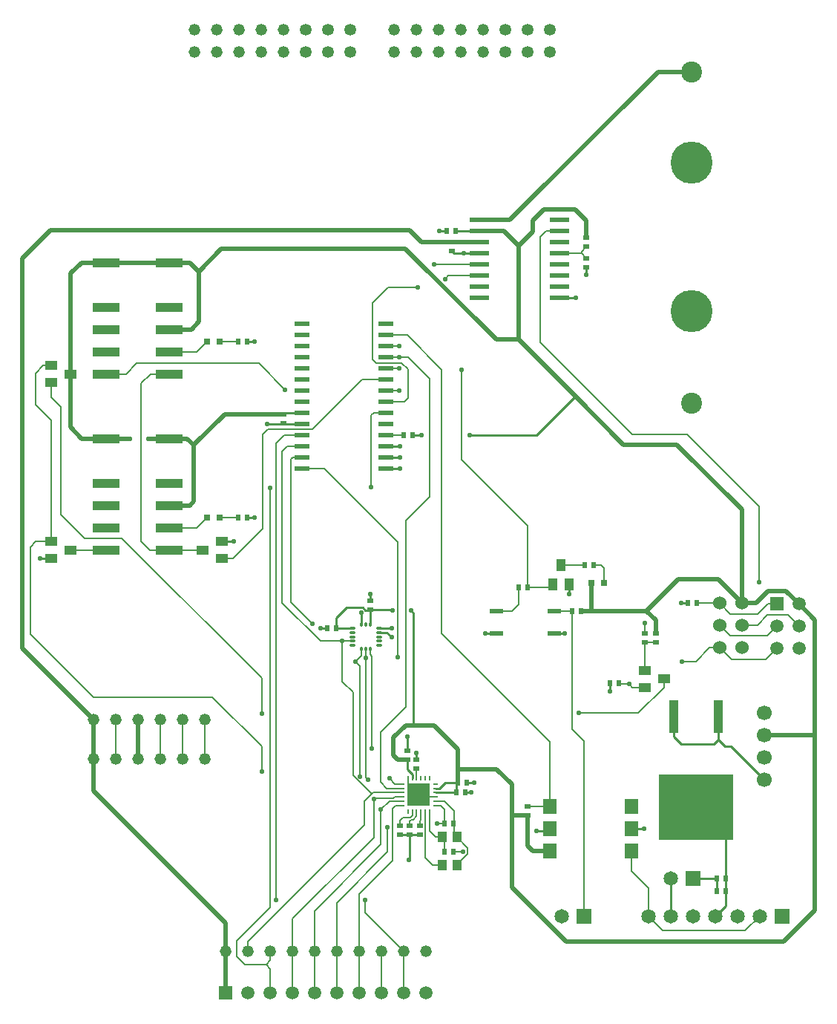
<source format=gtl>
G04*
G04 #@! TF.GenerationSoftware,Altium Limited,Altium Designer,18.1.9 (240)*
G04*
G04 Layer_Physical_Order=1*
G04 Layer_Color=255*
%FSLAX24Y24*%
%MOIN*%
G70*
G01*
G75*
%ADD10C,0.0100*%
%ADD21R,0.0240X0.0260*%
%ADD24R,0.0260X0.0240*%
%ADD62R,0.0650X0.0650*%
%ADD63C,0.0650*%
%ADD70R,0.0315X0.0315*%
%ADD71R,0.0394X0.0551*%
%ADD72R,0.0633X0.0217*%
%ADD73O,0.0295X0.0118*%
%ADD74O,0.0118X0.0246*%
%ADD75R,0.0886X0.0236*%
%ADD76R,0.0709X0.0236*%
%ADD77R,0.1244X0.0394*%
%ADD78R,0.0394X0.0492*%
%ADD79R,0.0551X0.0394*%
%ADD80R,0.0236X0.0098*%
%ADD81R,0.0098X0.0236*%
%ADD82R,0.0984X0.0984*%
%ADD83R,0.0413X0.1504*%
%ADD84R,0.3366X0.2945*%
%ADD85R,0.0598X0.0701*%
%ADD86C,0.0060*%
%ADD87C,0.0200*%
%ADD88C,0.0080*%
%ADD89C,0.0520*%
%ADD90C,0.0530*%
%ADD91C,0.0600*%
%ADD92C,0.1890*%
%ADD93C,0.0945*%
%ADD94C,0.0591*%
%ADD95R,0.0591X0.0591*%
%ADD96R,0.0591X0.0591*%
%ADD97C,0.0669*%
%ADD98C,0.0200*%
%ADD99C,0.0210*%
D10*
X34330Y6930D02*
X34520Y7120D01*
X32860Y6930D02*
X34330D01*
X32520Y7270D02*
X32860Y6930D01*
X32520Y7270D02*
Y8165D01*
X34520Y7120D02*
Y8165D01*
Y7120D02*
X34820Y6820D01*
X35110D01*
X36590Y5340D01*
X34850Y-330D02*
Y910D01*
Y2780D01*
X34390Y-790D02*
X34850Y-330D01*
X33390Y910D02*
X34450D01*
Y330D02*
Y910D01*
X30615Y3140D02*
X31210D01*
X32390Y-790D02*
Y910D01*
X29667Y9296D02*
Y9666D01*
X26370Y3040D02*
X27015D01*
X20620Y1740D02*
X20680Y1800D01*
Y2880D01*
X21120D01*
X20230D02*
X20680D01*
X23350Y20807D02*
X26367D01*
X28060Y22500D01*
X20840Y7780D02*
Y12815D01*
X20735Y12920D02*
X20840Y12815D01*
X19850Y12960D02*
X19890Y12920D01*
X18910Y12960D02*
X19850D01*
X18900Y12950D02*
X18910Y12960D01*
X18680Y12950D02*
X18900D01*
X18570Y13060D02*
X18680Y12950D01*
X17817Y13060D02*
X18570D01*
X17360Y12603D02*
X17817Y13060D01*
X17360Y12140D02*
Y12603D01*
X14270Y21310D02*
X14948D01*
X14988Y21350D01*
X28060Y22500D02*
Y22590D01*
X22760Y5140D02*
X22830Y5210D01*
X22760Y4755D02*
Y5140D01*
X22735Y29955D02*
X23809D01*
X17364Y12144D02*
X18090D01*
X22730Y29960D02*
X22735Y29955D01*
X22550Y29060D02*
X22655Y28955D01*
X23104D01*
X20560Y5800D02*
Y6230D01*
X22000Y29960D02*
X22330D01*
X24060Y11900D02*
X24579D01*
X27161D02*
X27640D01*
X27848Y13672D02*
Y14110D01*
X32880Y13280D02*
X33160D01*
X21817Y4755D02*
X22760D01*
X17360Y12140D02*
X17364Y12144D01*
X18910Y13360D02*
Y13670D01*
X18887Y12650D02*
X18910Y12673D01*
Y12960D01*
X16650Y12140D02*
X16960D01*
X19643Y11947D02*
X19860Y11730D01*
X19290Y11947D02*
X19643D01*
X19290Y12144D02*
X19856D01*
X18887Y12311D02*
Y12650D01*
X18493Y12311D02*
Y12843D01*
X22252Y5210D02*
X22830D01*
X21994Y4952D02*
X22252Y5210D01*
X21817Y4952D02*
X21994D01*
X23230Y5210D02*
X23580D01*
X20783Y5395D02*
Y5577D01*
X20560Y5800D02*
X20783Y5577D01*
X20560Y6630D02*
Y7260D01*
X20980Y6250D02*
Y6550D01*
X21079Y4656D02*
X21177Y4558D01*
X23160Y4755D02*
X23445D01*
X13350Y17100D02*
X13700D01*
X13350Y25000D02*
X13700D01*
X20800Y20807D02*
X21200D01*
X19596Y20307D02*
X20243D01*
X19596Y19807D02*
X20243D01*
X19596Y19307D02*
X20243D01*
X14988Y21350D02*
X15031Y21307D01*
X15836D01*
X15045Y21807D02*
X15836D01*
X12233Y16024D02*
X12750D01*
X4050Y15276D02*
X4567D01*
X28600Y28005D02*
Y28350D01*
X23104Y28955D02*
X23809D01*
X27411Y26955D02*
X28116D01*
D21*
X12950Y25000D02*
D03*
X13350D02*
D03*
X34850Y910D02*
D03*
X34450D02*
D03*
X30067Y9666D02*
D03*
X29667D02*
D03*
X22630Y2090D02*
D03*
X22230D02*
D03*
X22760Y4755D02*
D03*
X23160D02*
D03*
X22830Y5210D02*
D03*
X23230D02*
D03*
X22730Y29960D02*
D03*
X22330D02*
D03*
X20800Y20807D02*
D03*
X20400D02*
D03*
X34850Y330D02*
D03*
X34450D02*
D03*
X33560Y13280D02*
D03*
X33160D02*
D03*
X28360Y12910D02*
D03*
X27960D02*
D03*
X25950Y13970D02*
D03*
X25550D02*
D03*
X28940Y14970D02*
D03*
X28540D02*
D03*
X12950Y17100D02*
D03*
X13350D02*
D03*
X17360Y12140D02*
D03*
X16960D02*
D03*
X22230Y3370D02*
D03*
X22630D02*
D03*
D24*
X25980Y3730D02*
D03*
Y4130D02*
D03*
X20980Y5850D02*
D03*
Y6250D02*
D03*
X20560Y6230D02*
D03*
Y6630D02*
D03*
X14988Y21750D02*
D03*
Y21350D02*
D03*
X20230Y3280D02*
D03*
Y2880D02*
D03*
X28600Y29655D02*
D03*
Y29255D02*
D03*
Y28750D02*
D03*
Y28350D02*
D03*
X31730Y11510D02*
D03*
Y11910D02*
D03*
X31230Y11503D02*
D03*
Y11903D02*
D03*
X21120Y2880D02*
D03*
Y3280D02*
D03*
X18910Y12960D02*
D03*
Y13360D02*
D03*
X22550Y29460D02*
D03*
Y29060D02*
D03*
X20680Y2880D02*
D03*
Y3280D02*
D03*
D62*
X28500Y-790D02*
D03*
X33390Y910D02*
D03*
X37390Y-790D02*
D03*
D63*
X27500D02*
D03*
X32390Y910D02*
D03*
X31390Y-790D02*
D03*
X32390D02*
D03*
X33390D02*
D03*
X34390D02*
D03*
X35390D02*
D03*
X36390D02*
D03*
D70*
X28815Y14180D02*
D03*
X29405D02*
D03*
X11550Y25000D02*
D03*
X12141D02*
D03*
X11550Y17100D02*
D03*
X12141D02*
D03*
D71*
X27100Y14110D02*
D03*
X27848D02*
D03*
X27474Y14976D02*
D03*
D72*
X24579Y12900D02*
D03*
Y11900D02*
D03*
X27161Y12900D02*
D03*
Y11900D02*
D03*
D73*
X18090Y12144D02*
D03*
Y11947D02*
D03*
Y11750D02*
D03*
Y11553D02*
D03*
Y11356D02*
D03*
X19290D02*
D03*
Y11553D02*
D03*
Y11750D02*
D03*
Y11947D02*
D03*
Y12144D02*
D03*
D74*
X18493Y11189D02*
D03*
X18690D02*
D03*
X18887D02*
D03*
Y12311D02*
D03*
X18690D02*
D03*
X18493D02*
D03*
D75*
X23809Y30455D02*
D03*
Y29955D02*
D03*
Y29455D02*
D03*
Y28955D02*
D03*
Y28455D02*
D03*
Y27955D02*
D03*
Y27455D02*
D03*
Y26955D02*
D03*
X27411Y30455D02*
D03*
Y29955D02*
D03*
Y29455D02*
D03*
Y28955D02*
D03*
Y28455D02*
D03*
Y27955D02*
D03*
Y27455D02*
D03*
Y26955D02*
D03*
D76*
X19596Y19307D02*
D03*
Y19807D02*
D03*
Y20307D02*
D03*
Y20807D02*
D03*
Y21307D02*
D03*
Y21807D02*
D03*
Y22307D02*
D03*
Y22807D02*
D03*
Y23307D02*
D03*
Y23807D02*
D03*
Y24307D02*
D03*
Y24807D02*
D03*
Y25307D02*
D03*
Y25807D02*
D03*
X15836Y19307D02*
D03*
Y19807D02*
D03*
Y20307D02*
D03*
Y20807D02*
D03*
Y21307D02*
D03*
Y21807D02*
D03*
Y22307D02*
D03*
Y22807D02*
D03*
Y23307D02*
D03*
Y23807D02*
D03*
Y24307D02*
D03*
Y24807D02*
D03*
Y25307D02*
D03*
Y25807D02*
D03*
D77*
X9875Y23550D02*
D03*
X7025D02*
D03*
X9875Y28550D02*
D03*
Y26550D02*
D03*
Y25550D02*
D03*
Y24550D02*
D03*
X7025D02*
D03*
Y25550D02*
D03*
Y26550D02*
D03*
Y28550D02*
D03*
Y20650D02*
D03*
Y18650D02*
D03*
Y17650D02*
D03*
Y16650D02*
D03*
X9875D02*
D03*
Y17650D02*
D03*
Y18650D02*
D03*
Y20650D02*
D03*
X7025Y15650D02*
D03*
X9875D02*
D03*
D78*
X22795Y1500D02*
D03*
X22125D02*
D03*
X22125Y2770D02*
D03*
X22795D02*
D03*
D79*
X12233Y15276D02*
D03*
Y16024D02*
D03*
X11367Y15650D02*
D03*
X31224Y10230D02*
D03*
Y9482D02*
D03*
X32091Y9856D02*
D03*
X4567Y16024D02*
D03*
Y15276D02*
D03*
X5433Y15650D02*
D03*
Y23550D02*
D03*
X4567Y23176D02*
D03*
Y23924D02*
D03*
D80*
X20340Y5149D02*
D03*
Y4952D02*
D03*
Y4755D02*
D03*
Y4558D02*
D03*
Y4361D02*
D03*
Y4164D02*
D03*
X21817D02*
D03*
Y4361D02*
D03*
Y4558D02*
D03*
Y4755D02*
D03*
Y4952D02*
D03*
Y5149D02*
D03*
D81*
X20587Y3918D02*
D03*
X20783D02*
D03*
X20980D02*
D03*
X21177D02*
D03*
X21374D02*
D03*
X21571D02*
D03*
Y5395D02*
D03*
X21374D02*
D03*
X21177D02*
D03*
X20980D02*
D03*
X20783D02*
D03*
X20587D02*
D03*
D82*
X21079Y4656D02*
D03*
D83*
X34520Y8165D02*
D03*
X32520D02*
D03*
D84*
X33520Y4110D02*
D03*
D85*
X26965Y2140D02*
D03*
X30615D02*
D03*
Y4140D02*
D03*
X26965D02*
D03*
X30615Y3140D02*
D03*
X26965D02*
D03*
D86*
X32091Y9481D02*
Y9856D01*
X30940Y8330D02*
X32091Y9481D01*
X28250Y8330D02*
X30940D01*
X33520Y4110D02*
X34850Y2780D01*
X30615Y1240D02*
Y2140D01*
Y1240D02*
X31390Y465D01*
X26965Y4140D02*
Y7045D01*
X31230Y11903D02*
Y12370D01*
X34140Y11270D02*
X34585D01*
X33520Y10650D02*
X34140Y11270D01*
X34585D02*
X35125Y10730D01*
X36660D01*
X37150Y11220D01*
X32910Y10650D02*
X33520D01*
X31224Y10230D02*
Y11476D01*
X34585Y12270D02*
X35065Y11790D01*
X36720D01*
X37150Y12220D01*
X37650Y12720D02*
X38150Y12220D01*
X36735Y12720D02*
X37650D01*
X36285Y12270D02*
X36735Y12720D01*
X35585Y12270D02*
X36285D01*
X31390Y-790D02*
Y465D01*
X22110Y11900D02*
X26965Y7045D01*
X27960Y7610D02*
X28500Y7070D01*
Y-790D02*
Y7070D01*
X25980Y4130D02*
X26955D01*
X35740Y-1440D02*
X36390Y-790D01*
X32040Y-1440D02*
X35740D01*
X31390Y-790D02*
X32040Y-1440D01*
X30097Y9636D02*
X30527D01*
X27960Y7610D02*
Y12910D01*
X20402Y-4232D02*
X20410Y-4240D01*
X20402Y-4232D02*
Y-2362D01*
X19402Y-4232D02*
X19410Y-4240D01*
X19402Y-4232D02*
Y-2362D01*
X18402Y-4232D02*
X18410Y-4240D01*
X18402Y-4232D02*
Y-2362D01*
X17402Y-4232D02*
X17410Y-4240D01*
X17402Y-4232D02*
Y-2362D01*
X16402Y-4232D02*
X16410Y-4240D01*
X16402Y-4232D02*
Y-2362D01*
X15402Y-4232D02*
X15410Y-4240D01*
X15402Y-4232D02*
Y-2362D01*
X14410Y-4240D02*
Y-3150D01*
X14220Y-2960D02*
X14410Y-3150D01*
X36350Y14210D02*
Y17600D01*
X34585Y13270D02*
X35075Y12780D01*
X36310D01*
X36750Y13220D01*
X37150D01*
X19015Y4755D02*
X20340D01*
X18960Y4700D02*
X19015Y4755D01*
X19358Y5222D02*
Y7478D01*
Y5222D02*
X19628Y4952D01*
X20340D01*
X22650Y2905D02*
Y3930D01*
X22219Y4361D02*
X22650Y3930D01*
Y2905D02*
X22785Y2770D01*
X15337Y13293D02*
Y19727D01*
X15417Y19807D01*
X15836D01*
X30527Y9636D02*
X30681Y9482D01*
X31224D01*
X33120Y20830D02*
X36350Y17600D01*
X30680Y20830D02*
X33120D01*
X26530Y24980D02*
X30680Y20830D01*
X26530Y24980D02*
Y29700D01*
X26785Y29955D01*
X27411D01*
X31224Y9482D02*
X31237Y9469D01*
X23280Y2010D02*
Y2270D01*
X22795Y2755D02*
X23280Y2270D01*
X22795Y2755D02*
Y2770D01*
X22795Y1525D02*
X23280Y2010D01*
X22795Y1500D02*
Y1525D01*
X22630Y2090D02*
X23080D01*
X21910Y3370D02*
X22230D01*
X20783Y3739D02*
Y3918D01*
X20684Y3640D02*
X20783Y3739D01*
X20230Y3280D02*
Y3500D01*
X20370Y3640D01*
X20684D01*
X20680Y3280D02*
Y3480D01*
X20740Y3540D01*
X20820D01*
X20980Y3700D01*
Y3918D01*
X21177D02*
X21180Y3915D01*
Y3540D02*
Y3915D01*
X21120Y3480D02*
X21180Y3540D01*
X21120Y3280D02*
Y3480D01*
X31237Y11510D02*
X31730D01*
X31230Y11503D02*
X31237Y11510D01*
X25950Y13970D02*
Y16750D01*
X22990Y19710D02*
X25950Y16750D01*
X22990Y19710D02*
Y23720D01*
X22110Y11900D02*
Y23750D01*
X14020Y8310D02*
Y9890D01*
X7740Y16170D02*
X14020Y9890D01*
X6080Y16170D02*
X7740D01*
X5000Y17250D02*
X6080Y16170D01*
X5000Y17250D02*
Y22060D01*
X4567Y22493D02*
X5000Y22060D01*
X4567Y22493D02*
Y23176D01*
X3865Y22175D02*
X4567Y21473D01*
X18660Y-621D02*
Y-70D01*
Y-621D02*
X20402Y-2362D01*
X14220Y-2960D02*
X14402Y-2778D01*
Y-2362D01*
X13270Y-2960D02*
X14220D01*
X11800Y9040D02*
X14020Y6820D01*
Y5710D02*
Y6820D01*
X12900Y-1900D02*
X14402Y-398D01*
X12900Y-2590D02*
Y-1900D01*
Y-2590D02*
X13270Y-2960D01*
X19680Y2090D02*
Y3190D01*
X17402Y-188D02*
X19680Y2090D01*
X19910Y4040D02*
X20034Y4164D01*
X19910Y1701D02*
Y4040D01*
X18402Y192D02*
X19910Y1701D01*
X17402Y-2362D02*
Y-188D01*
X18402Y-2362D02*
Y192D01*
X20553Y25307D02*
X22110Y23750D01*
X19596Y25307D02*
X20553D01*
X21700Y1500D02*
X22125D01*
X21374Y1826D02*
X21700Y1500D01*
X21374Y1826D02*
Y3918D01*
X22115Y2770D02*
X22230Y2655D01*
Y2090D02*
Y2655D01*
X4214Y23924D02*
X4567D01*
X3865Y23575D02*
X4214Y23924D01*
X3865Y22175D02*
Y23575D01*
X4567Y16024D02*
Y21473D01*
X21817Y4164D02*
X22070D01*
X22230Y4004D01*
Y3370D02*
Y4004D01*
X22775Y2760D02*
X22785Y2770D01*
X21571Y3036D02*
Y3918D01*
Y3036D02*
X21837Y2770D01*
X22115D01*
X13890Y24020D02*
X15070Y22840D01*
X8410Y24020D02*
X13890D01*
X7940Y23550D02*
X8410Y24020D01*
X7025Y23550D02*
X7940D01*
X10470Y8040D02*
X10472Y8038D01*
Y6280D02*
Y8038D01*
X19170Y24050D02*
X20310D01*
X19010Y24210D02*
X19170Y24050D01*
X20310D02*
X20600Y23760D01*
X19010Y24210D02*
Y26750D01*
X15337Y13293D02*
X16300Y12330D01*
X15836Y19307D02*
X16843D01*
X20140Y16010D01*
Y10830D02*
Y16010D01*
X18420Y5500D02*
X18440Y5480D01*
X18120Y5538D02*
Y9260D01*
Y5538D02*
X18958Y4700D01*
X18960D01*
X18420Y5500D02*
Y10440D01*
X18220Y10640D02*
X18420Y10440D01*
X14650Y-70D02*
Y20420D01*
X14402Y-398D02*
Y18428D01*
X14948Y20078D02*
X15177Y20307D01*
X14948Y13272D02*
Y20078D01*
Y13272D02*
X16667Y11553D01*
X14650Y20420D02*
X15037Y20807D01*
X14070Y16612D02*
Y20830D01*
X14310Y21070D01*
X16310D01*
X15037Y20807D02*
X15836D01*
X18887Y10973D02*
X18980Y10880D01*
Y10880D01*
Y6730D02*
Y10880D01*
X18930Y10930D02*
X18980Y10880D01*
X18690Y5440D02*
Y10810D01*
Y5440D02*
X18790Y5340D01*
X13402Y-1928D02*
X18630Y3300D01*
X13402Y-2362D02*
Y-1928D01*
X6450Y9040D02*
X11800D01*
X3620Y11870D02*
X6450Y9040D01*
X3620Y11870D02*
Y15770D01*
X3874Y16024D01*
X19010Y26750D02*
X19700Y27440D01*
X20600Y22480D02*
Y23760D01*
X20427Y22307D02*
X20600Y22480D01*
X19596Y22307D02*
X20427D01*
X12734Y15276D02*
X14070Y16612D01*
X16310Y21070D02*
X18547Y23307D01*
X19596D01*
X19057Y21807D02*
X19596D01*
X18940Y21690D02*
X19057Y21807D01*
X18940Y18470D02*
Y21690D01*
X14390Y18440D02*
X14402Y18428D01*
X19700Y27440D02*
X21030D01*
X22250Y27810D02*
X22395Y27955D01*
X23809D01*
X21760Y28455D02*
X23809D01*
X18960Y4691D02*
Y4700D01*
X18630Y4361D02*
X18960Y4691D01*
X18630Y3300D02*
Y4361D01*
X19050Y2740D02*
Y4470D01*
X15402Y-908D02*
X19050Y2740D01*
X15402Y-2362D02*
Y-908D01*
X19380Y2420D02*
Y3990D01*
X16402Y-558D02*
X19380Y2420D01*
X16402Y-2362D02*
Y-558D01*
X11470Y6282D02*
X11472Y6280D01*
X11470Y6282D02*
Y8040D01*
X9470Y6282D02*
X9472Y6280D01*
X9470Y6282D02*
Y8040D01*
X7470D02*
X7472Y8038D01*
Y6280D02*
Y8038D01*
X21560Y18050D02*
Y23330D01*
X20583Y24307D02*
X21560Y23330D01*
X20210Y24307D02*
X20583D01*
X20490Y16980D02*
X21560Y18050D01*
X20490Y8610D02*
Y16980D01*
X19358Y7478D02*
X20490Y8610D01*
X17633Y9747D02*
Y11553D01*
Y9747D02*
X18120Y9260D01*
X16667Y11553D02*
X17633D01*
X9030Y23550D02*
X9875D01*
X8610Y23130D02*
X9030Y23550D01*
X8610Y16050D02*
Y23130D01*
Y16050D02*
X9010Y15650D01*
X9875D01*
X12233Y15276D02*
X12734D01*
X3874Y16024D02*
X4567D01*
X19070Y4490D02*
X19932D01*
X19751Y4361D02*
X20340D01*
X18493Y10913D02*
Y11189D01*
X19380Y3990D02*
X19751Y4361D01*
X19596Y24807D02*
X20210D01*
X19596Y24307D02*
X20210D01*
X19596Y23807D02*
X20210D01*
X19596Y22807D02*
X20210D01*
X15177Y20307D02*
X15836D01*
X27950Y12900D02*
X27960Y12910D01*
X27161Y12900D02*
X27950D01*
X25550Y13198D02*
Y13970D01*
X25252Y12900D02*
X25550Y13198D01*
X24579Y12900D02*
X25252D01*
X26960Y13970D02*
X27100Y14110D01*
X25950Y13970D02*
X26960D01*
X29405Y14180D02*
Y14835D01*
X29270Y14970D02*
X29405Y14835D01*
X28940Y14970D02*
X29270D01*
X28534Y14976D02*
X28540Y14970D01*
X27474Y14976D02*
X28534D01*
X33560Y13280D02*
X33570Y13270D01*
X34585D01*
X21817Y4361D02*
X22219D01*
X17633Y11553D02*
X18090D01*
X18220Y10640D02*
X18493Y10913D01*
X18690Y10810D02*
Y11189D01*
X18887Y10973D02*
Y11189D01*
X19050Y4470D02*
X19070Y4490D01*
X19932D02*
X20000Y4558D01*
X20340D01*
X20034Y4164D02*
X20340D01*
X19750Y5395D02*
X19996Y5149D01*
X20340D01*
X20980Y5395D02*
Y5850D01*
X19596Y20807D02*
X20400D01*
X5433Y15650D02*
X7025D01*
X9875D02*
X11367D01*
X12141Y17100D02*
X12950D01*
X12141Y25000D02*
X12950D01*
X9875Y24550D02*
X11100D01*
X11550Y25000D01*
X11100Y16650D02*
X11550Y17100D01*
X9875Y16650D02*
X11100D01*
X28395Y29050D02*
X28600Y29255D01*
X28395Y28955D02*
Y29050D01*
Y28955D02*
X28600Y28750D01*
X27411Y28955D02*
X28395D01*
D87*
X38860Y7350D02*
Y12510D01*
Y-530D02*
Y7350D01*
X36590Y7340D02*
X36600Y7350D01*
X38860D01*
X31730Y11910D02*
Y12494D01*
X31314Y12910D02*
X31730Y12494D01*
X32744Y14340D02*
X34515D01*
X31314Y12910D02*
X32744Y14340D01*
X28820Y12910D02*
X31314D01*
X24570Y5810D02*
X25260Y5120D01*
Y490D02*
Y5120D01*
Y490D02*
X27690Y-1940D01*
X25270Y3730D02*
X25980D01*
Y2370D02*
X26210Y2140D01*
X25980Y2370D02*
Y3730D01*
X26210Y2140D02*
X26965D01*
X27690Y-1940D02*
X37450D01*
X38860Y-530D01*
X12402Y-2362D02*
Y-1092D01*
Y-4240D02*
Y-2362D01*
X37570Y13800D02*
X38150Y13220D01*
X36760Y13800D02*
X37570D01*
X36230Y13270D02*
X36760Y13800D01*
X38150Y13220D02*
X38860Y12510D01*
X9875Y28550D02*
X10790D01*
X7025D02*
X9875D01*
X5930D02*
X7025D01*
X9875Y20650D02*
X10680D01*
X8940D02*
X9875D01*
X7025D02*
X8110D01*
X5940D02*
X7025D01*
X5433Y23550D02*
Y28053D01*
Y21157D02*
Y23550D01*
Y21157D02*
X5940Y20650D01*
X5433Y28053D02*
X5930Y28550D01*
X20840Y7780D02*
X21760D01*
X20490D02*
X20840D01*
X28060Y22590D02*
X30280Y20370D01*
X25560Y25090D02*
X28060Y22590D01*
X28360Y12910D02*
X28820D01*
X28815Y12915D02*
X28820Y12910D01*
X28815Y12915D02*
Y14180D01*
X34515Y14340D02*
X35585Y13270D01*
X12200Y29160D02*
X20480D01*
X11190Y28150D02*
X12200Y29160D01*
X20480D02*
X24550Y25090D01*
X22830Y5810D02*
Y6710D01*
X21760Y7780D02*
X22830Y6710D01*
Y5810D02*
X24570D01*
X35585Y13270D02*
X36230D01*
X19930Y7220D02*
X20490Y7780D01*
X19930Y6430D02*
Y7220D01*
Y6430D02*
X20130Y6230D01*
X20560D01*
X22830Y5210D02*
Y5810D01*
X10970Y20360D02*
X12360Y21750D01*
X14988D01*
X24550Y25090D02*
X25560D01*
X10680Y20650D02*
X10970Y20360D01*
Y17830D02*
Y20360D01*
X10790Y17650D02*
X10970Y17830D01*
X9875Y17650D02*
X10790D01*
Y28550D02*
X11190Y28150D01*
Y25890D02*
Y28150D01*
X10850Y25550D02*
X11190Y25890D01*
X9875Y25550D02*
X10850D01*
X28600Y29655D02*
Y30450D01*
X28110Y30940D02*
X28600Y30450D01*
X26700Y30940D02*
X28110D01*
X26210Y30450D02*
X26700Y30940D01*
X26210Y29940D02*
Y30450D01*
X25560Y29290D02*
X26210Y29940D01*
X23809Y29955D02*
X24895D01*
X25560Y29290D01*
Y25090D02*
Y29290D01*
X30280Y20370D02*
X32680D01*
X35585Y17465D01*
Y13270D02*
Y17465D01*
X3260Y28735D02*
X4535Y30010D01*
X3260Y11250D02*
Y28735D01*
Y11250D02*
X6470Y8040D01*
X4535Y30010D02*
X20660D01*
X23804Y29460D02*
X23809Y29455D01*
X22550Y29460D02*
X23804D01*
X22540Y29470D02*
X22550Y29460D01*
X21200Y29470D02*
X22540D01*
X20660Y30010D02*
X21200Y29470D01*
X6472Y6280D02*
Y8038D01*
Y4838D02*
Y6280D01*
Y4838D02*
X12402Y-1092D01*
X8470Y6282D02*
X8472Y6280D01*
X8470Y6282D02*
Y8040D01*
X6470D02*
X6472Y8038D01*
X31836Y37116D02*
X33331D01*
X25175Y30455D02*
X31836Y37116D01*
X23809Y30455D02*
X25175D01*
D88*
X21177Y4558D02*
X21817D01*
X20862Y4873D02*
X21079Y4656D01*
X20587Y5149D02*
X20862Y4873D01*
X20587Y5149D02*
Y5395D01*
D89*
X10988Y38990D02*
D03*
Y37990D02*
D03*
X11988Y38990D02*
D03*
Y37990D02*
D03*
X12988Y38990D02*
D03*
Y37990D02*
D03*
X13988Y38990D02*
D03*
Y37990D02*
D03*
X14988Y38990D02*
D03*
Y37990D02*
D03*
X12402Y-2362D02*
D03*
X13402D02*
D03*
X14402D02*
D03*
X15402D02*
D03*
X16402D02*
D03*
X17402D02*
D03*
X18402D02*
D03*
X19402D02*
D03*
X20402D02*
D03*
X21402D02*
D03*
X19958Y38990D02*
D03*
Y37990D02*
D03*
X20958Y38990D02*
D03*
Y37990D02*
D03*
X21958Y38990D02*
D03*
Y37990D02*
D03*
X22958Y38990D02*
D03*
Y37990D02*
D03*
X23958Y38990D02*
D03*
Y37990D02*
D03*
X6470Y8040D02*
D03*
X7470D02*
D03*
X8470D02*
D03*
X9470D02*
D03*
X10470D02*
D03*
X11470D02*
D03*
X6472Y6280D02*
D03*
X7472D02*
D03*
X8472D02*
D03*
X9472D02*
D03*
X10472D02*
D03*
X11472D02*
D03*
D90*
X15988Y38990D02*
D03*
Y37990D02*
D03*
X16988Y38990D02*
D03*
Y37990D02*
D03*
X17988Y38990D02*
D03*
Y37990D02*
D03*
X24958Y38990D02*
D03*
Y37990D02*
D03*
X25958Y38990D02*
D03*
Y37990D02*
D03*
X26958Y38990D02*
D03*
Y37990D02*
D03*
D91*
X35585Y13270D02*
D03*
X34585D02*
D03*
X35585Y12270D02*
D03*
X34585D02*
D03*
X35585Y11270D02*
D03*
X34585D02*
D03*
D92*
X33331Y33048D02*
D03*
Y26374D02*
D03*
D93*
Y22230D02*
D03*
X33331Y37116D02*
D03*
D94*
X38150Y11220D02*
D03*
X37150D02*
D03*
X38150Y12220D02*
D03*
X37150D02*
D03*
X38150Y13220D02*
D03*
X13410Y-4240D02*
D03*
X15410D02*
D03*
X16410D02*
D03*
X17410D02*
D03*
X18410D02*
D03*
X19410D02*
D03*
X20410D02*
D03*
X21410D02*
D03*
X14410D02*
D03*
D95*
X37150Y13220D02*
D03*
D96*
X12410Y-4240D02*
D03*
D97*
X36590Y6340D02*
D03*
Y7340D02*
D03*
Y8340D02*
D03*
Y5340D02*
D03*
D98*
X20862Y4873D02*
D03*
X21295D02*
D03*
X20862Y4440D02*
D03*
X21295D02*
D03*
D99*
X31236Y12376D02*
D03*
X32910Y10650D02*
D03*
X31210Y3140D02*
D03*
X29667Y9296D02*
D03*
X26370Y3040D02*
D03*
X36350Y14210D02*
D03*
X30527Y9636D02*
D03*
X23080Y2090D02*
D03*
X21910Y3370D02*
D03*
X20620Y1740D02*
D03*
X23350Y20807D02*
D03*
X28250Y8330D02*
D03*
X14020Y8310D02*
D03*
X14650Y-70D02*
D03*
X18660D02*
D03*
X20735Y12920D02*
D03*
X19890D02*
D03*
X19680Y3190D02*
D03*
X16300Y12330D02*
D03*
X20140Y10830D02*
D03*
X18440Y5480D02*
D03*
X14270Y21310D02*
D03*
X18980Y6730D02*
D03*
X18790Y5340D02*
D03*
X14020Y5710D02*
D03*
X15070Y22840D02*
D03*
X18940Y18470D02*
D03*
X14390Y18440D02*
D03*
X21030Y27440D02*
D03*
X22250Y27810D02*
D03*
X21760Y28455D02*
D03*
X22990Y23720D02*
D03*
X8940Y20650D02*
D03*
X8110D02*
D03*
X20210Y24807D02*
D03*
Y24307D02*
D03*
Y23807D02*
D03*
Y22807D02*
D03*
X22000Y29960D02*
D03*
X24060Y11900D02*
D03*
X27640D02*
D03*
X27848Y13672D02*
D03*
X32880Y13280D02*
D03*
X18910Y13670D02*
D03*
X16650Y12140D02*
D03*
X17633Y11553D02*
D03*
X18220Y10640D02*
D03*
X18690Y10810D02*
D03*
X19860Y11730D02*
D03*
X19856Y12144D02*
D03*
X18493Y12843D02*
D03*
X23580Y5210D02*
D03*
X20560Y7260D02*
D03*
X19050Y4470D02*
D03*
X19380Y3990D02*
D03*
X19750Y5395D02*
D03*
X20980Y6550D02*
D03*
X23445Y4755D02*
D03*
X13700Y17100D02*
D03*
Y25000D02*
D03*
X21200Y20807D02*
D03*
X20243Y20307D02*
D03*
Y19807D02*
D03*
Y19307D02*
D03*
X12750Y16024D02*
D03*
X4050Y15276D02*
D03*
X28600Y28005D02*
D03*
X23104Y28955D02*
D03*
X28116Y26955D02*
D03*
M02*

</source>
